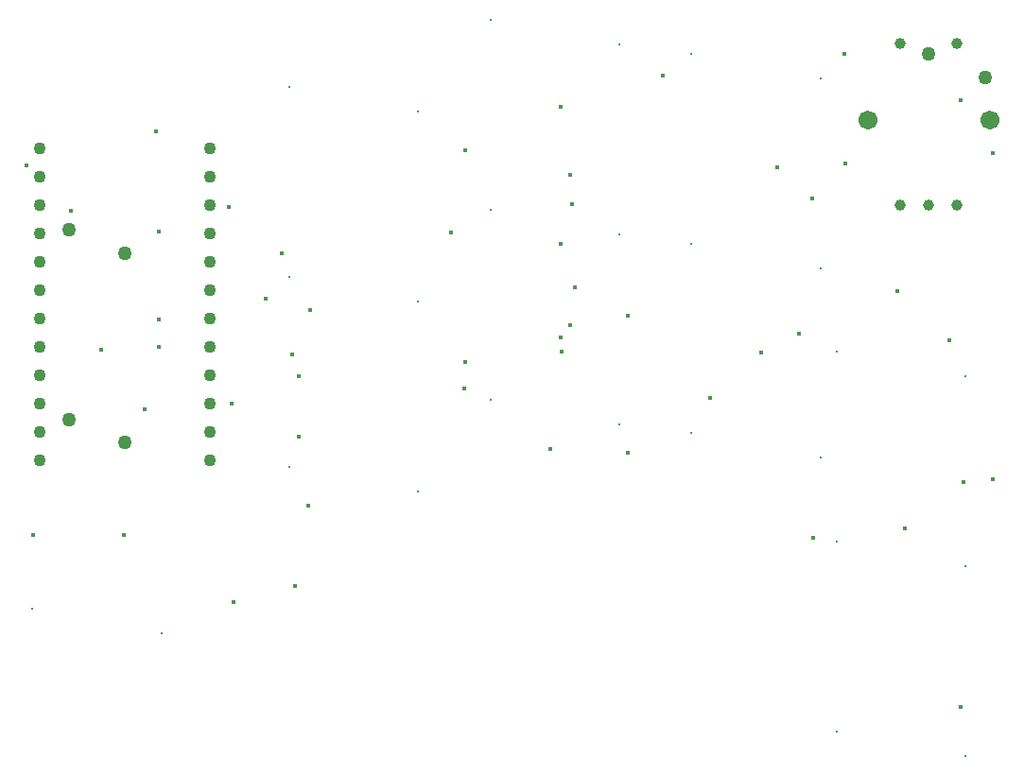
<source format=gbr>
%TF.GenerationSoftware,KiCad,Pcbnew,(7.0.0-0)*%
%TF.CreationDate,2023-06-15T18:29:15+08:00*%
%TF.ProjectId,right,72696768-742e-46b6-9963-61645f706362,v1.0.0*%
%TF.SameCoordinates,Original*%
%TF.FileFunction,Plated,1,2,PTH,Drill*%
%TF.FilePolarity,Positive*%
%FSLAX46Y46*%
G04 Gerber Fmt 4.6, Leading zero omitted, Abs format (unit mm)*
G04 Created by KiCad (PCBNEW (7.0.0-0)) date 2023-06-15 18:29:15*
%MOMM*%
%LPD*%
G01*
G04 APERTURE LIST*
%TA.AperFunction,ComponentDrill*%
%ADD10C,0.300000*%
%TD*%
%TA.AperFunction,ViaDrill*%
%ADD11C,0.400000*%
%TD*%
%TA.AperFunction,ComponentDrill*%
%ADD12C,1.000000*%
%TD*%
%TA.AperFunction,ComponentDrill*%
%ADD13C,1.092200*%
%TD*%
%TA.AperFunction,ComponentDrill*%
%ADD14C,1.270000*%
%TD*%
%TA.AperFunction,ComponentDrill*%
%ADD15C,1.701800*%
%TD*%
G04 APERTURE END LIST*
D10*
%TO.C,S15*%
X-8275000Y-3750000D03*
X3275000Y-5950000D03*
%TO.C,S12*%
X14725000Y42950000D03*
%TO.C,S13*%
X14725000Y25950000D03*
%TO.C,S14*%
X14725000Y8950000D03*
%TO.C,S12*%
X26275000Y40750000D03*
%TO.C,S13*%
X26275000Y23750000D03*
%TO.C,S14*%
X26275000Y6750000D03*
%TO.C,S9*%
X32725000Y48950000D03*
%TO.C,S10*%
X32725000Y31950000D03*
%TO.C,S11*%
X32725000Y14950000D03*
%TO.C,S9*%
X44275000Y46750000D03*
%TO.C,S10*%
X44275000Y29750000D03*
%TO.C,S11*%
X44275000Y12750000D03*
%TO.C,S6*%
X50725000Y45950000D03*
%TO.C,S7*%
X50725000Y28950000D03*
%TO.C,S8*%
X50725000Y11950000D03*
%TO.C,S6*%
X62275000Y43750000D03*
%TO.C,S7*%
X62275000Y26750000D03*
%TO.C,S8*%
X62275000Y9750000D03*
%TO.C,S3*%
X63725000Y19250000D03*
%TO.C,S4*%
X63725000Y2250000D03*
%TO.C,S5*%
X63725000Y-14750000D03*
%TO.C,S3*%
X75275000Y17050000D03*
%TO.C,S4*%
X75275000Y50000D03*
%TO.C,S5*%
X75275000Y-16950000D03*
%TD*%
D11*
X-8800000Y35900000D03*
X-8200000Y2800000D03*
X-4800000Y31910500D03*
X-2100000Y19400000D03*
X-100000Y2800000D03*
X1800000Y14100000D03*
X2800000Y39000000D03*
X3000000Y30000000D03*
X3000000Y22100000D03*
X3000000Y19700000D03*
X9300000Y32200000D03*
X9600000Y14600000D03*
X9700000Y-3200000D03*
X12600000Y24000000D03*
X14050000Y28050000D03*
X15000000Y19000000D03*
X15200000Y-1700000D03*
X15600000Y17100000D03*
X15600000Y11600000D03*
X16400000Y5500000D03*
X16600000Y23000000D03*
X29200000Y29900000D03*
X30400000Y16000000D03*
X30500000Y37300000D03*
X30500000Y18300000D03*
X38100000Y10500000D03*
X39000000Y41200000D03*
X39000000Y20500000D03*
X39024500Y28900000D03*
X39100000Y19300000D03*
X39900000Y35100000D03*
X39900000Y21600000D03*
X40000000Y32500000D03*
X40300000Y25000000D03*
X44999500Y22500000D03*
X45000000Y10225900D03*
X48200000Y44000000D03*
X52400000Y15100000D03*
X57000000Y19200000D03*
X58400000Y35800000D03*
X60400000Y20900000D03*
X61525000Y33000000D03*
X61600000Y2600000D03*
X64400000Y45900000D03*
X64475000Y36100000D03*
X69200000Y24700000D03*
X69800000Y3400000D03*
X73800000Y20300000D03*
X74800000Y41800000D03*
X74800000Y-12600000D03*
X75100000Y7600000D03*
X77700000Y37000000D03*
X77700000Y7800000D03*
D12*
%TO.C,ROT1*%
X69460000Y46880000D03*
X69460000Y32380000D03*
X71960000Y32380000D03*
X74460000Y46880000D03*
X74460000Y32380000D03*
D13*
%TO.C,MCU1*%
X-7620000Y37470000D03*
X-7620000Y34930000D03*
X-7620000Y32390000D03*
X-7620000Y29850000D03*
X-7620000Y27310000D03*
X-7620000Y24770000D03*
X-7620000Y22230000D03*
X-7620000Y19690000D03*
X-7620000Y17150000D03*
X-7620000Y14610000D03*
X-7620000Y12070000D03*
X-7620000Y9530000D03*
X7620000Y37470000D03*
X7620000Y34930000D03*
X7620000Y32390000D03*
X7620000Y29850000D03*
X7620000Y27310000D03*
X7620000Y24770000D03*
X7620000Y22230000D03*
X7620000Y19690000D03*
X7620000Y17150000D03*
X7620000Y14610000D03*
X7620000Y12070000D03*
X7620000Y9530000D03*
D14*
%TO.C,S1*%
X-5000000Y30200000D03*
%TO.C,S2*%
X-5000000Y13200000D03*
%TO.C,S1*%
X0Y28100000D03*
%TO.C,S2*%
X0Y11100000D03*
%TO.C,ROT1*%
X72000000Y45900000D03*
X77000000Y43800000D03*
D15*
X66500000Y40000000D03*
X77500000Y40000000D03*
M02*

</source>
